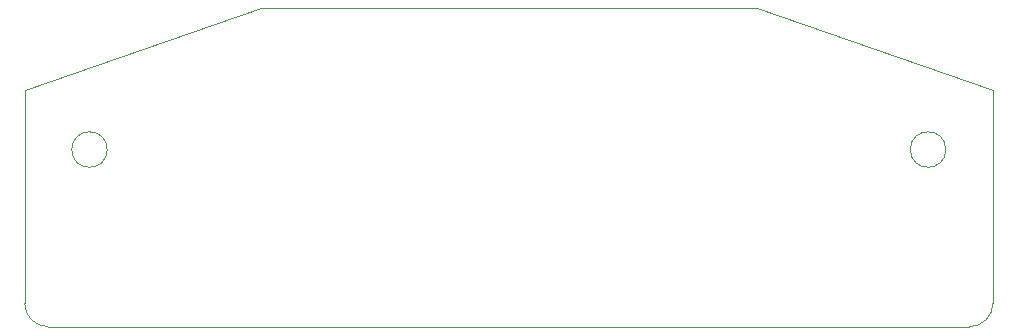
<source format=gbr>
G04 #@! TF.GenerationSoftware,KiCad,Pcbnew,5.1.5+dfsg1-2build2*
G04 #@! TF.CreationDate,2020-06-26T22:11:02+02:00*
G04 #@! TF.ProjectId,robo-car-front-shield,726f626f-2d63-4617-922d-66726f6e742d,rev?*
G04 #@! TF.SameCoordinates,Original*
G04 #@! TF.FileFunction,Profile,NP*
%FSLAX46Y46*%
G04 Gerber Fmt 4.6, Leading zero omitted, Abs format (unit mm)*
G04 Created by KiCad (PCBNEW 5.1.5+dfsg1-2build2) date 2020-06-26 22:11:02*
%MOMM*%
%LPD*%
G04 APERTURE LIST*
%ADD10C,0.050000*%
G04 APERTURE END LIST*
D10*
X80842000Y-25541000D02*
X2842000Y-25541000D01*
X78842000Y-10541000D02*
G75*
G03X78842000Y-10541000I-1500000J0D01*
G01*
X7842000Y-10541000D02*
G75*
G03X7842000Y-10541000I-1500000J0D01*
G01*
X62842000Y1459000D02*
X82842000Y-5541000D01*
X20842000Y1459000D02*
X842000Y-5541000D01*
X82842000Y-23541000D02*
G75*
G02X80842000Y-25541000I-2000000J0D01*
G01*
X2842000Y-25541000D02*
G75*
G02X842000Y-23541000I0J2000000D01*
G01*
X842000Y-23541000D02*
X842000Y-5541000D01*
X82842000Y-23541000D02*
X82842000Y-5541000D01*
X20842000Y1459000D02*
X62842000Y1459000D01*
M02*

</source>
